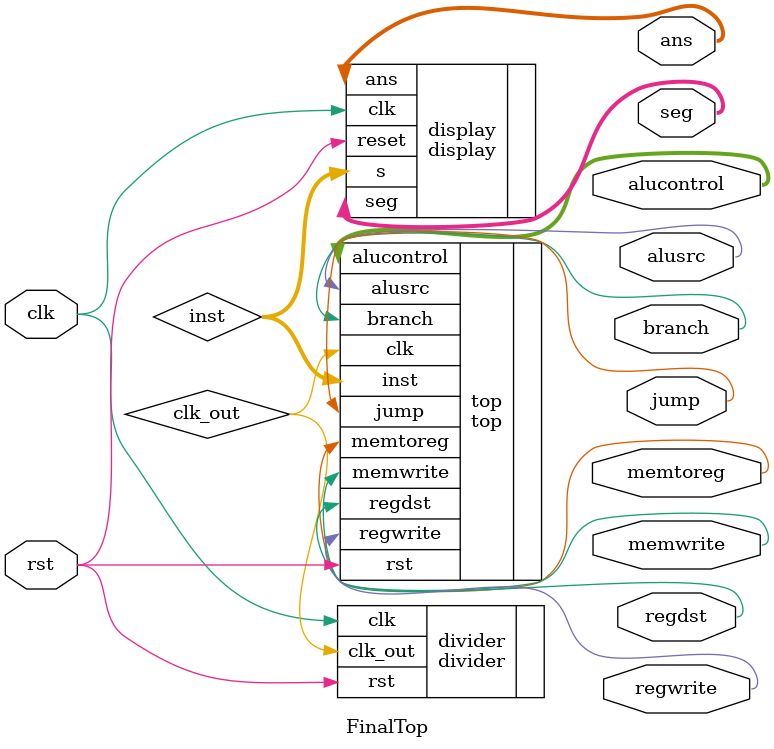
<source format=v>
`timescale 1ns / 1ps

module FinalTop(input clk,
                     input rst,
                     output regdst,
                     output regwrite,
                     output alusrc,
                     output memwrite,
                     output memtoreg,
                     output branch,
                     output jump,
                     output [2:0] alucontrol,
                     output wire [6:0] seg,    // ÊýÂë¹ÜÏÔÊ¾Ö¸Áî
                     output wire [7:0] ans);
    
wire clk_out;
wire [31:0] inst;

divider divider(
    .clk(clk),
    .rst(rst),
    .clk_out(clk_out)
);

top top(
    .clk(clk_out),
    .rst(rst),
    .regdst(regdst),
    .regwrite(regwrite),
    .alusrc(alusrc),
    .memwrite(memwrite),
    .memtoreg(memtoreg),
    .branch(branch),
    .jump(jump),
    .alucontrol(alucontrol),
    .inst(inst)
);

display display(
    .clk(clk),
    .reset(rst),
    .s(inst),
    .seg(seg),
    .ans(ans)
);

endmodule

</source>
